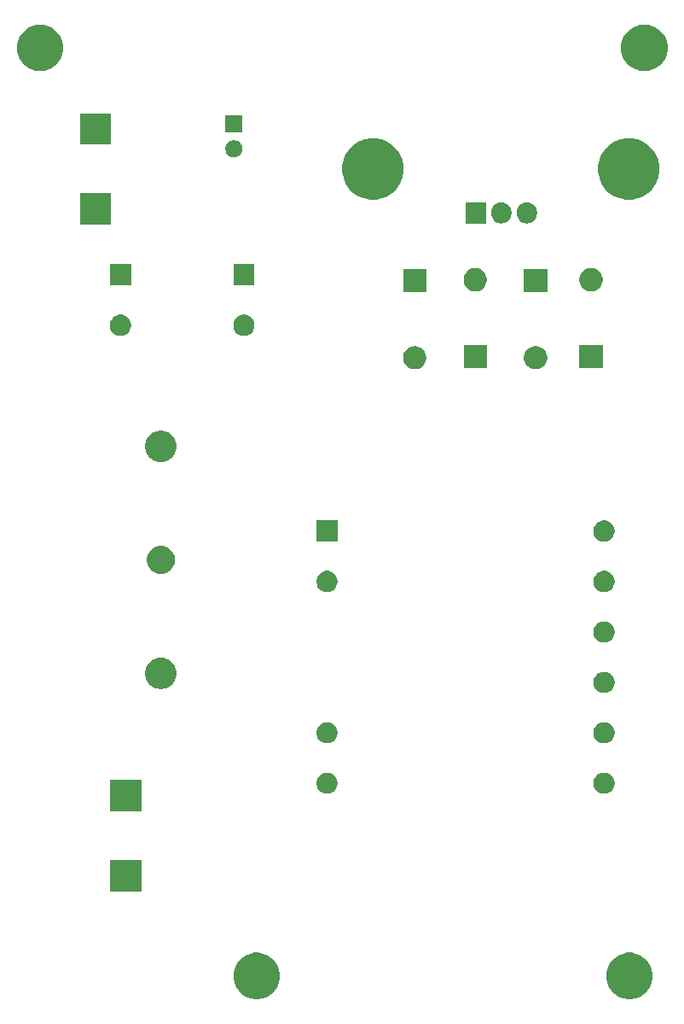
<source format=gbs>
G04 #@! TF.GenerationSoftware,KiCad,Pcbnew,(5.1.5)-3*
G04 #@! TF.CreationDate,2020-04-16T19:35:31+02:00*
G04 #@! TF.ProjectId,5vfrommains,35766672-6f6d-46d6-9169-6e732e6b6963,rev?*
G04 #@! TF.SameCoordinates,Original*
G04 #@! TF.FileFunction,Soldermask,Bot*
G04 #@! TF.FilePolarity,Negative*
%FSLAX46Y46*%
G04 Gerber Fmt 4.6, Leading zero omitted, Abs format (unit mm)*
G04 Created by KiCad (PCBNEW (5.1.5)-3) date 2020-04-16 19:35:31*
%MOMM*%
%LPD*%
G04 APERTURE LIST*
%ADD10C,0.100000*%
G04 APERTURE END LIST*
D10*
G36*
X200948903Y-137743213D02*
G01*
X201171177Y-137787426D01*
X201589932Y-137960880D01*
X201966802Y-138212696D01*
X202287304Y-138533198D01*
X202539120Y-138910068D01*
X202712574Y-139328823D01*
X202801000Y-139773371D01*
X202801000Y-140226629D01*
X202712574Y-140671177D01*
X202539120Y-141089932D01*
X202287304Y-141466802D01*
X201966802Y-141787304D01*
X201589932Y-142039120D01*
X201171177Y-142212574D01*
X200948903Y-142256787D01*
X200726630Y-142301000D01*
X200273370Y-142301000D01*
X200051097Y-142256787D01*
X199828823Y-142212574D01*
X199410068Y-142039120D01*
X199033198Y-141787304D01*
X198712696Y-141466802D01*
X198460880Y-141089932D01*
X198287426Y-140671177D01*
X198199000Y-140226629D01*
X198199000Y-139773371D01*
X198287426Y-139328823D01*
X198460880Y-138910068D01*
X198712696Y-138533198D01*
X199033198Y-138212696D01*
X199410068Y-137960880D01*
X199828823Y-137787426D01*
X200051097Y-137743213D01*
X200273370Y-137699000D01*
X200726630Y-137699000D01*
X200948903Y-137743213D01*
G37*
G36*
X237948903Y-137743213D02*
G01*
X238171177Y-137787426D01*
X238589932Y-137960880D01*
X238966802Y-138212696D01*
X239287304Y-138533198D01*
X239539120Y-138910068D01*
X239712574Y-139328823D01*
X239801000Y-139773371D01*
X239801000Y-140226629D01*
X239712574Y-140671177D01*
X239539120Y-141089932D01*
X239287304Y-141466802D01*
X238966802Y-141787304D01*
X238589932Y-142039120D01*
X238171177Y-142212574D01*
X237948903Y-142256787D01*
X237726630Y-142301000D01*
X237273370Y-142301000D01*
X237051097Y-142256787D01*
X236828823Y-142212574D01*
X236410068Y-142039120D01*
X236033198Y-141787304D01*
X235712696Y-141466802D01*
X235460880Y-141089932D01*
X235287426Y-140671177D01*
X235199000Y-140226629D01*
X235199000Y-139773371D01*
X235287426Y-139328823D01*
X235460880Y-138910068D01*
X235712696Y-138533198D01*
X236033198Y-138212696D01*
X236410068Y-137960880D01*
X236828823Y-137787426D01*
X237051097Y-137743213D01*
X237273370Y-137699000D01*
X237726630Y-137699000D01*
X237948903Y-137743213D01*
G37*
G36*
X189051000Y-131611000D02*
G01*
X185949000Y-131611000D01*
X185949000Y-128509000D01*
X189051000Y-128509000D01*
X189051000Y-131611000D01*
G37*
G36*
X189051000Y-123691000D02*
G01*
X185949000Y-123691000D01*
X185949000Y-120589000D01*
X189051000Y-120589000D01*
X189051000Y-123691000D01*
G37*
G36*
X235306564Y-119889389D02*
G01*
X235497833Y-119968615D01*
X235497835Y-119968616D01*
X235669973Y-120083635D01*
X235816365Y-120230027D01*
X235931385Y-120402167D01*
X236010611Y-120593436D01*
X236051000Y-120796484D01*
X236051000Y-121003516D01*
X236010611Y-121206564D01*
X235931385Y-121397833D01*
X235931384Y-121397835D01*
X235816365Y-121569973D01*
X235669973Y-121716365D01*
X235497835Y-121831384D01*
X235497834Y-121831385D01*
X235497833Y-121831385D01*
X235306564Y-121910611D01*
X235103516Y-121951000D01*
X234896484Y-121951000D01*
X234693436Y-121910611D01*
X234502167Y-121831385D01*
X234502166Y-121831385D01*
X234502165Y-121831384D01*
X234330027Y-121716365D01*
X234183635Y-121569973D01*
X234068616Y-121397835D01*
X234068615Y-121397833D01*
X233989389Y-121206564D01*
X233949000Y-121003516D01*
X233949000Y-120796484D01*
X233989389Y-120593436D01*
X234068615Y-120402167D01*
X234183635Y-120230027D01*
X234330027Y-120083635D01*
X234502165Y-119968616D01*
X234502167Y-119968615D01*
X234693436Y-119889389D01*
X234896484Y-119849000D01*
X235103516Y-119849000D01*
X235306564Y-119889389D01*
G37*
G36*
X207806564Y-119889389D02*
G01*
X207997833Y-119968615D01*
X207997835Y-119968616D01*
X208169973Y-120083635D01*
X208316365Y-120230027D01*
X208431385Y-120402167D01*
X208510611Y-120593436D01*
X208551000Y-120796484D01*
X208551000Y-121003516D01*
X208510611Y-121206564D01*
X208431385Y-121397833D01*
X208431384Y-121397835D01*
X208316365Y-121569973D01*
X208169973Y-121716365D01*
X207997835Y-121831384D01*
X207997834Y-121831385D01*
X207997833Y-121831385D01*
X207806564Y-121910611D01*
X207603516Y-121951000D01*
X207396484Y-121951000D01*
X207193436Y-121910611D01*
X207002167Y-121831385D01*
X207002166Y-121831385D01*
X207002165Y-121831384D01*
X206830027Y-121716365D01*
X206683635Y-121569973D01*
X206568616Y-121397835D01*
X206568615Y-121397833D01*
X206489389Y-121206564D01*
X206449000Y-121003516D01*
X206449000Y-120796484D01*
X206489389Y-120593436D01*
X206568615Y-120402167D01*
X206683635Y-120230027D01*
X206830027Y-120083635D01*
X207002165Y-119968616D01*
X207002167Y-119968615D01*
X207193436Y-119889389D01*
X207396484Y-119849000D01*
X207603516Y-119849000D01*
X207806564Y-119889389D01*
G37*
G36*
X235306564Y-114889389D02*
G01*
X235497833Y-114968615D01*
X235497835Y-114968616D01*
X235669973Y-115083635D01*
X235816365Y-115230027D01*
X235931385Y-115402167D01*
X236010611Y-115593436D01*
X236051000Y-115796484D01*
X236051000Y-116003516D01*
X236010611Y-116206564D01*
X235931385Y-116397833D01*
X235931384Y-116397835D01*
X235816365Y-116569973D01*
X235669973Y-116716365D01*
X235497835Y-116831384D01*
X235497834Y-116831385D01*
X235497833Y-116831385D01*
X235306564Y-116910611D01*
X235103516Y-116951000D01*
X234896484Y-116951000D01*
X234693436Y-116910611D01*
X234502167Y-116831385D01*
X234502166Y-116831385D01*
X234502165Y-116831384D01*
X234330027Y-116716365D01*
X234183635Y-116569973D01*
X234068616Y-116397835D01*
X234068615Y-116397833D01*
X233989389Y-116206564D01*
X233949000Y-116003516D01*
X233949000Y-115796484D01*
X233989389Y-115593436D01*
X234068615Y-115402167D01*
X234183635Y-115230027D01*
X234330027Y-115083635D01*
X234502165Y-114968616D01*
X234502167Y-114968615D01*
X234693436Y-114889389D01*
X234896484Y-114849000D01*
X235103516Y-114849000D01*
X235306564Y-114889389D01*
G37*
G36*
X207806564Y-114889389D02*
G01*
X207997833Y-114968615D01*
X207997835Y-114968616D01*
X208169973Y-115083635D01*
X208316365Y-115230027D01*
X208431385Y-115402167D01*
X208510611Y-115593436D01*
X208551000Y-115796484D01*
X208551000Y-116003516D01*
X208510611Y-116206564D01*
X208431385Y-116397833D01*
X208431384Y-116397835D01*
X208316365Y-116569973D01*
X208169973Y-116716365D01*
X207997835Y-116831384D01*
X207997834Y-116831385D01*
X207997833Y-116831385D01*
X207806564Y-116910611D01*
X207603516Y-116951000D01*
X207396484Y-116951000D01*
X207193436Y-116910611D01*
X207002167Y-116831385D01*
X207002166Y-116831385D01*
X207002165Y-116831384D01*
X206830027Y-116716365D01*
X206683635Y-116569973D01*
X206568616Y-116397835D01*
X206568615Y-116397833D01*
X206489389Y-116206564D01*
X206449000Y-116003516D01*
X206449000Y-115796484D01*
X206489389Y-115593436D01*
X206568615Y-115402167D01*
X206683635Y-115230027D01*
X206830027Y-115083635D01*
X207002165Y-114968616D01*
X207002167Y-114968615D01*
X207193436Y-114889389D01*
X207396484Y-114849000D01*
X207603516Y-114849000D01*
X207806564Y-114889389D01*
G37*
G36*
X235306564Y-109889389D02*
G01*
X235497833Y-109968615D01*
X235497835Y-109968616D01*
X235669973Y-110083635D01*
X235816365Y-110230027D01*
X235931385Y-110402167D01*
X236010611Y-110593436D01*
X236051000Y-110796484D01*
X236051000Y-111003516D01*
X236010611Y-111206564D01*
X235931385Y-111397833D01*
X235931384Y-111397835D01*
X235816365Y-111569973D01*
X235669973Y-111716365D01*
X235497835Y-111831384D01*
X235497834Y-111831385D01*
X235497833Y-111831385D01*
X235306564Y-111910611D01*
X235103516Y-111951000D01*
X234896484Y-111951000D01*
X234693436Y-111910611D01*
X234502167Y-111831385D01*
X234502166Y-111831385D01*
X234502165Y-111831384D01*
X234330027Y-111716365D01*
X234183635Y-111569973D01*
X234068616Y-111397835D01*
X234068615Y-111397833D01*
X233989389Y-111206564D01*
X233949000Y-111003516D01*
X233949000Y-110796484D01*
X233989389Y-110593436D01*
X234068615Y-110402167D01*
X234183635Y-110230027D01*
X234330027Y-110083635D01*
X234502165Y-109968616D01*
X234502167Y-109968615D01*
X234693436Y-109889389D01*
X234896484Y-109849000D01*
X235103516Y-109849000D01*
X235306564Y-109889389D01*
G37*
G36*
X191302585Y-108478802D02*
G01*
X191452410Y-108508604D01*
X191734674Y-108625521D01*
X191988705Y-108795259D01*
X192204741Y-109011295D01*
X192374479Y-109265326D01*
X192491396Y-109547590D01*
X192551000Y-109847240D01*
X192551000Y-110152760D01*
X192491396Y-110452410D01*
X192374479Y-110734674D01*
X192204741Y-110988705D01*
X191988705Y-111204741D01*
X191734674Y-111374479D01*
X191452410Y-111491396D01*
X191302585Y-111521198D01*
X191152761Y-111551000D01*
X190847239Y-111551000D01*
X190697415Y-111521198D01*
X190547590Y-111491396D01*
X190265326Y-111374479D01*
X190011295Y-111204741D01*
X189795259Y-110988705D01*
X189625521Y-110734674D01*
X189508604Y-110452410D01*
X189449000Y-110152760D01*
X189449000Y-109847240D01*
X189508604Y-109547590D01*
X189625521Y-109265326D01*
X189795259Y-109011295D01*
X190011295Y-108795259D01*
X190265326Y-108625521D01*
X190547590Y-108508604D01*
X190697415Y-108478802D01*
X190847239Y-108449000D01*
X191152761Y-108449000D01*
X191302585Y-108478802D01*
G37*
G36*
X235306564Y-104889389D02*
G01*
X235497833Y-104968615D01*
X235497835Y-104968616D01*
X235669973Y-105083635D01*
X235816365Y-105230027D01*
X235931385Y-105402167D01*
X236010611Y-105593436D01*
X236051000Y-105796484D01*
X236051000Y-106003516D01*
X236010611Y-106206564D01*
X235931385Y-106397833D01*
X235931384Y-106397835D01*
X235816365Y-106569973D01*
X235669973Y-106716365D01*
X235497835Y-106831384D01*
X235497834Y-106831385D01*
X235497833Y-106831385D01*
X235306564Y-106910611D01*
X235103516Y-106951000D01*
X234896484Y-106951000D01*
X234693436Y-106910611D01*
X234502167Y-106831385D01*
X234502166Y-106831385D01*
X234502165Y-106831384D01*
X234330027Y-106716365D01*
X234183635Y-106569973D01*
X234068616Y-106397835D01*
X234068615Y-106397833D01*
X233989389Y-106206564D01*
X233949000Y-106003516D01*
X233949000Y-105796484D01*
X233989389Y-105593436D01*
X234068615Y-105402167D01*
X234183635Y-105230027D01*
X234330027Y-105083635D01*
X234502165Y-104968616D01*
X234502167Y-104968615D01*
X234693436Y-104889389D01*
X234896484Y-104849000D01*
X235103516Y-104849000D01*
X235306564Y-104889389D01*
G37*
G36*
X207806564Y-99889389D02*
G01*
X207997833Y-99968615D01*
X207997835Y-99968616D01*
X208169973Y-100083635D01*
X208316365Y-100230027D01*
X208431385Y-100402167D01*
X208510611Y-100593436D01*
X208551000Y-100796484D01*
X208551000Y-101003516D01*
X208510611Y-101206564D01*
X208431385Y-101397833D01*
X208431384Y-101397835D01*
X208316365Y-101569973D01*
X208169973Y-101716365D01*
X207997835Y-101831384D01*
X207997834Y-101831385D01*
X207997833Y-101831385D01*
X207806564Y-101910611D01*
X207603516Y-101951000D01*
X207396484Y-101951000D01*
X207193436Y-101910611D01*
X207002167Y-101831385D01*
X207002166Y-101831385D01*
X207002165Y-101831384D01*
X206830027Y-101716365D01*
X206683635Y-101569973D01*
X206568616Y-101397835D01*
X206568615Y-101397833D01*
X206489389Y-101206564D01*
X206449000Y-101003516D01*
X206449000Y-100796484D01*
X206489389Y-100593436D01*
X206568615Y-100402167D01*
X206683635Y-100230027D01*
X206830027Y-100083635D01*
X207002165Y-99968616D01*
X207002167Y-99968615D01*
X207193436Y-99889389D01*
X207396484Y-99849000D01*
X207603516Y-99849000D01*
X207806564Y-99889389D01*
G37*
G36*
X235306564Y-99889389D02*
G01*
X235497833Y-99968615D01*
X235497835Y-99968616D01*
X235669973Y-100083635D01*
X235816365Y-100230027D01*
X235931385Y-100402167D01*
X236010611Y-100593436D01*
X236051000Y-100796484D01*
X236051000Y-101003516D01*
X236010611Y-101206564D01*
X235931385Y-101397833D01*
X235931384Y-101397835D01*
X235816365Y-101569973D01*
X235669973Y-101716365D01*
X235497835Y-101831384D01*
X235497834Y-101831385D01*
X235497833Y-101831385D01*
X235306564Y-101910611D01*
X235103516Y-101951000D01*
X234896484Y-101951000D01*
X234693436Y-101910611D01*
X234502167Y-101831385D01*
X234502166Y-101831385D01*
X234502165Y-101831384D01*
X234330027Y-101716365D01*
X234183635Y-101569973D01*
X234068616Y-101397835D01*
X234068615Y-101397833D01*
X233989389Y-101206564D01*
X233949000Y-101003516D01*
X233949000Y-100796484D01*
X233989389Y-100593436D01*
X234068615Y-100402167D01*
X234183635Y-100230027D01*
X234330027Y-100083635D01*
X234502165Y-99968616D01*
X234502167Y-99968615D01*
X234693436Y-99889389D01*
X234896484Y-99849000D01*
X235103516Y-99849000D01*
X235306564Y-99889389D01*
G37*
G36*
X191318433Y-97384893D02*
G01*
X191408657Y-97402839D01*
X191514267Y-97446585D01*
X191663621Y-97508449D01*
X191663622Y-97508450D01*
X191893086Y-97661772D01*
X192088228Y-97856914D01*
X192190675Y-98010237D01*
X192241551Y-98086379D01*
X192347161Y-98341344D01*
X192401000Y-98612012D01*
X192401000Y-98887988D01*
X192347161Y-99158656D01*
X192241551Y-99413621D01*
X192241550Y-99413622D01*
X192088228Y-99643086D01*
X191893086Y-99838228D01*
X191816516Y-99889390D01*
X191663621Y-99991551D01*
X191514267Y-100053415D01*
X191408657Y-100097161D01*
X191318433Y-100115107D01*
X191137988Y-100151000D01*
X190862012Y-100151000D01*
X190681567Y-100115107D01*
X190591343Y-100097161D01*
X190485733Y-100053415D01*
X190336379Y-99991551D01*
X190183484Y-99889390D01*
X190106914Y-99838228D01*
X189911772Y-99643086D01*
X189758450Y-99413622D01*
X189758449Y-99413621D01*
X189652839Y-99158656D01*
X189599000Y-98887988D01*
X189599000Y-98612012D01*
X189652839Y-98341344D01*
X189758449Y-98086379D01*
X189809325Y-98010237D01*
X189911772Y-97856914D01*
X190106914Y-97661772D01*
X190336378Y-97508450D01*
X190336379Y-97508449D01*
X190485733Y-97446585D01*
X190591343Y-97402839D01*
X190681567Y-97384893D01*
X190862012Y-97349000D01*
X191137988Y-97349000D01*
X191318433Y-97384893D01*
G37*
G36*
X208551000Y-96951000D02*
G01*
X206449000Y-96951000D01*
X206449000Y-94849000D01*
X208551000Y-94849000D01*
X208551000Y-96951000D01*
G37*
G36*
X235306564Y-94889389D02*
G01*
X235497833Y-94968615D01*
X235497835Y-94968616D01*
X235669973Y-95083635D01*
X235816365Y-95230027D01*
X235931385Y-95402167D01*
X236010611Y-95593436D01*
X236051000Y-95796484D01*
X236051000Y-96003516D01*
X236010611Y-96206564D01*
X235931385Y-96397833D01*
X235931384Y-96397835D01*
X235816365Y-96569973D01*
X235669973Y-96716365D01*
X235497835Y-96831384D01*
X235497834Y-96831385D01*
X235497833Y-96831385D01*
X235306564Y-96910611D01*
X235103516Y-96951000D01*
X234896484Y-96951000D01*
X234693436Y-96910611D01*
X234502167Y-96831385D01*
X234502166Y-96831385D01*
X234502165Y-96831384D01*
X234330027Y-96716365D01*
X234183635Y-96569973D01*
X234068616Y-96397835D01*
X234068615Y-96397833D01*
X233989389Y-96206564D01*
X233949000Y-96003516D01*
X233949000Y-95796484D01*
X233989389Y-95593436D01*
X234068615Y-95402167D01*
X234183635Y-95230027D01*
X234330027Y-95083635D01*
X234502165Y-94968616D01*
X234502167Y-94968615D01*
X234693436Y-94889389D01*
X234896484Y-94849000D01*
X235103516Y-94849000D01*
X235306564Y-94889389D01*
G37*
G36*
X191302585Y-85978802D02*
G01*
X191452410Y-86008604D01*
X191734674Y-86125521D01*
X191988705Y-86295259D01*
X192204741Y-86511295D01*
X192374479Y-86765326D01*
X192491396Y-87047590D01*
X192551000Y-87347240D01*
X192551000Y-87652760D01*
X192491396Y-87952410D01*
X192374479Y-88234674D01*
X192204741Y-88488705D01*
X191988705Y-88704741D01*
X191734674Y-88874479D01*
X191452410Y-88991396D01*
X191302585Y-89021198D01*
X191152761Y-89051000D01*
X190847239Y-89051000D01*
X190697415Y-89021198D01*
X190547590Y-88991396D01*
X190265326Y-88874479D01*
X190011295Y-88704741D01*
X189795259Y-88488705D01*
X189625521Y-88234674D01*
X189508604Y-87952410D01*
X189449000Y-87652760D01*
X189449000Y-87347240D01*
X189508604Y-87047590D01*
X189625521Y-86765326D01*
X189795259Y-86511295D01*
X190011295Y-86295259D01*
X190265326Y-86125521D01*
X190547590Y-86008604D01*
X190697415Y-85978802D01*
X190847239Y-85949000D01*
X191152761Y-85949000D01*
X191302585Y-85978802D01*
G37*
G36*
X228424549Y-77591116D02*
G01*
X228535734Y-77613232D01*
X228745203Y-77699997D01*
X228933720Y-77825960D01*
X229094040Y-77986280D01*
X229220003Y-78174797D01*
X229306768Y-78384266D01*
X229351000Y-78606636D01*
X229351000Y-78833364D01*
X229306768Y-79055734D01*
X229220003Y-79265203D01*
X229094040Y-79453720D01*
X228933720Y-79614040D01*
X228745203Y-79740003D01*
X228535734Y-79826768D01*
X228424549Y-79848884D01*
X228313365Y-79871000D01*
X228086635Y-79871000D01*
X227975451Y-79848884D01*
X227864266Y-79826768D01*
X227654797Y-79740003D01*
X227466280Y-79614040D01*
X227305960Y-79453720D01*
X227179997Y-79265203D01*
X227093232Y-79055734D01*
X227049000Y-78833364D01*
X227049000Y-78606636D01*
X227093232Y-78384266D01*
X227179997Y-78174797D01*
X227305960Y-77986280D01*
X227466280Y-77825960D01*
X227654797Y-77699997D01*
X227864266Y-77613232D01*
X227975451Y-77591116D01*
X228086635Y-77569000D01*
X228313365Y-77569000D01*
X228424549Y-77591116D01*
G37*
G36*
X216424549Y-77591116D02*
G01*
X216535734Y-77613232D01*
X216745203Y-77699997D01*
X216933720Y-77825960D01*
X217094040Y-77986280D01*
X217220003Y-78174797D01*
X217306768Y-78384266D01*
X217351000Y-78606636D01*
X217351000Y-78833364D01*
X217306768Y-79055734D01*
X217220003Y-79265203D01*
X217094040Y-79453720D01*
X216933720Y-79614040D01*
X216745203Y-79740003D01*
X216535734Y-79826768D01*
X216424549Y-79848884D01*
X216313365Y-79871000D01*
X216086635Y-79871000D01*
X215975451Y-79848884D01*
X215864266Y-79826768D01*
X215654797Y-79740003D01*
X215466280Y-79614040D01*
X215305960Y-79453720D01*
X215179997Y-79265203D01*
X215093232Y-79055734D01*
X215049000Y-78833364D01*
X215049000Y-78606636D01*
X215093232Y-78384266D01*
X215179997Y-78174797D01*
X215305960Y-77986280D01*
X215466280Y-77825960D01*
X215654797Y-77699997D01*
X215864266Y-77613232D01*
X215975451Y-77591116D01*
X216086635Y-77569000D01*
X216313365Y-77569000D01*
X216424549Y-77591116D01*
G37*
G36*
X234851000Y-79751000D02*
G01*
X232549000Y-79751000D01*
X232549000Y-77449000D01*
X234851000Y-77449000D01*
X234851000Y-79751000D01*
G37*
G36*
X223351000Y-79751000D02*
G01*
X221049000Y-79751000D01*
X221049000Y-77449000D01*
X223351000Y-77449000D01*
X223351000Y-79751000D01*
G37*
G36*
X199556564Y-74489389D02*
G01*
X199747833Y-74568615D01*
X199747835Y-74568616D01*
X199919973Y-74683635D01*
X200066365Y-74830027D01*
X200181385Y-75002167D01*
X200260611Y-75193436D01*
X200301000Y-75396484D01*
X200301000Y-75603516D01*
X200260611Y-75806564D01*
X200181385Y-75997833D01*
X200181384Y-75997835D01*
X200066365Y-76169973D01*
X199919973Y-76316365D01*
X199747835Y-76431384D01*
X199747834Y-76431385D01*
X199747833Y-76431385D01*
X199556564Y-76510611D01*
X199353516Y-76551000D01*
X199146484Y-76551000D01*
X198943436Y-76510611D01*
X198752167Y-76431385D01*
X198752166Y-76431385D01*
X198752165Y-76431384D01*
X198580027Y-76316365D01*
X198433635Y-76169973D01*
X198318616Y-75997835D01*
X198318615Y-75997833D01*
X198239389Y-75806564D01*
X198199000Y-75603516D01*
X198199000Y-75396484D01*
X198239389Y-75193436D01*
X198318615Y-75002167D01*
X198433635Y-74830027D01*
X198580027Y-74683635D01*
X198752165Y-74568616D01*
X198752167Y-74568615D01*
X198943436Y-74489389D01*
X199146484Y-74449000D01*
X199353516Y-74449000D01*
X199556564Y-74489389D01*
G37*
G36*
X187306564Y-74489389D02*
G01*
X187497833Y-74568615D01*
X187497835Y-74568616D01*
X187669973Y-74683635D01*
X187816365Y-74830027D01*
X187931385Y-75002167D01*
X188010611Y-75193436D01*
X188051000Y-75396484D01*
X188051000Y-75603516D01*
X188010611Y-75806564D01*
X187931385Y-75997833D01*
X187931384Y-75997835D01*
X187816365Y-76169973D01*
X187669973Y-76316365D01*
X187497835Y-76431384D01*
X187497834Y-76431385D01*
X187497833Y-76431385D01*
X187306564Y-76510611D01*
X187103516Y-76551000D01*
X186896484Y-76551000D01*
X186693436Y-76510611D01*
X186502167Y-76431385D01*
X186502166Y-76431385D01*
X186502165Y-76431384D01*
X186330027Y-76316365D01*
X186183635Y-76169973D01*
X186068616Y-75997835D01*
X186068615Y-75997833D01*
X185989389Y-75806564D01*
X185949000Y-75603516D01*
X185949000Y-75396484D01*
X185989389Y-75193436D01*
X186068615Y-75002167D01*
X186183635Y-74830027D01*
X186330027Y-74683635D01*
X186502165Y-74568616D01*
X186502167Y-74568615D01*
X186693436Y-74489389D01*
X186896484Y-74449000D01*
X187103516Y-74449000D01*
X187306564Y-74489389D01*
G37*
G36*
X217351000Y-72251000D02*
G01*
X215049000Y-72251000D01*
X215049000Y-69949000D01*
X217351000Y-69949000D01*
X217351000Y-72251000D01*
G37*
G36*
X229351000Y-72251000D02*
G01*
X227049000Y-72251000D01*
X227049000Y-69949000D01*
X229351000Y-69949000D01*
X229351000Y-72251000D01*
G37*
G36*
X233924549Y-69851116D02*
G01*
X234035734Y-69873232D01*
X234245203Y-69959997D01*
X234433720Y-70085960D01*
X234594040Y-70246280D01*
X234720003Y-70434797D01*
X234806768Y-70644266D01*
X234851000Y-70866636D01*
X234851000Y-71093364D01*
X234806768Y-71315734D01*
X234720003Y-71525203D01*
X234594040Y-71713720D01*
X234433720Y-71874040D01*
X234245203Y-72000003D01*
X234035734Y-72086768D01*
X233924549Y-72108884D01*
X233813365Y-72131000D01*
X233586635Y-72131000D01*
X233475451Y-72108884D01*
X233364266Y-72086768D01*
X233154797Y-72000003D01*
X232966280Y-71874040D01*
X232805960Y-71713720D01*
X232679997Y-71525203D01*
X232593232Y-71315734D01*
X232549000Y-71093364D01*
X232549000Y-70866636D01*
X232593232Y-70644266D01*
X232679997Y-70434797D01*
X232805960Y-70246280D01*
X232966280Y-70085960D01*
X233154797Y-69959997D01*
X233364266Y-69873232D01*
X233475451Y-69851116D01*
X233586635Y-69829000D01*
X233813365Y-69829000D01*
X233924549Y-69851116D01*
G37*
G36*
X222424549Y-69851116D02*
G01*
X222535734Y-69873232D01*
X222745203Y-69959997D01*
X222933720Y-70085960D01*
X223094040Y-70246280D01*
X223220003Y-70434797D01*
X223306768Y-70644266D01*
X223351000Y-70866636D01*
X223351000Y-71093364D01*
X223306768Y-71315734D01*
X223220003Y-71525203D01*
X223094040Y-71713720D01*
X222933720Y-71874040D01*
X222745203Y-72000003D01*
X222535734Y-72086768D01*
X222424549Y-72108884D01*
X222313365Y-72131000D01*
X222086635Y-72131000D01*
X221975451Y-72108884D01*
X221864266Y-72086768D01*
X221654797Y-72000003D01*
X221466280Y-71874040D01*
X221305960Y-71713720D01*
X221179997Y-71525203D01*
X221093232Y-71315734D01*
X221049000Y-71093364D01*
X221049000Y-70866636D01*
X221093232Y-70644266D01*
X221179997Y-70434797D01*
X221305960Y-70246280D01*
X221466280Y-70085960D01*
X221654797Y-69959997D01*
X221864266Y-69873232D01*
X221975451Y-69851116D01*
X222086635Y-69829000D01*
X222313365Y-69829000D01*
X222424549Y-69851116D01*
G37*
G36*
X188051000Y-71551000D02*
G01*
X185949000Y-71551000D01*
X185949000Y-69449000D01*
X188051000Y-69449000D01*
X188051000Y-71551000D01*
G37*
G36*
X200301000Y-71551000D02*
G01*
X198199000Y-71551000D01*
X198199000Y-69449000D01*
X200301000Y-69449000D01*
X200301000Y-71551000D01*
G37*
G36*
X186051000Y-65511000D02*
G01*
X182949000Y-65511000D01*
X182949000Y-62409000D01*
X186051000Y-62409000D01*
X186051000Y-65511000D01*
G37*
G36*
X224986719Y-63313520D02*
G01*
X225175880Y-63370901D01*
X225175883Y-63370902D01*
X225268333Y-63420318D01*
X225350212Y-63464083D01*
X225503015Y-63589485D01*
X225628417Y-63742288D01*
X225721599Y-63916619D01*
X225778980Y-64105780D01*
X225793500Y-64253206D01*
X225793500Y-64446793D01*
X225778980Y-64594219D01*
X225721599Y-64783380D01*
X225721598Y-64783383D01*
X225672182Y-64875833D01*
X225628417Y-64957712D01*
X225503015Y-65110515D01*
X225350212Y-65235917D01*
X225175881Y-65329099D01*
X224986720Y-65386480D01*
X224790000Y-65405855D01*
X224593281Y-65386480D01*
X224404120Y-65329099D01*
X224229788Y-65235917D01*
X224076985Y-65110515D01*
X223951583Y-64957712D01*
X223858401Y-64783381D01*
X223801020Y-64594220D01*
X223786500Y-64446794D01*
X223786500Y-64253207D01*
X223801020Y-64105781D01*
X223858401Y-63916620D01*
X223858402Y-63916617D01*
X223907818Y-63824167D01*
X223951583Y-63742288D01*
X224076985Y-63589485D01*
X224229788Y-63464083D01*
X224404119Y-63370901D01*
X224593280Y-63313520D01*
X224790000Y-63294145D01*
X224986719Y-63313520D01*
G37*
G36*
X227526719Y-63313520D02*
G01*
X227715880Y-63370901D01*
X227715883Y-63370902D01*
X227808333Y-63420318D01*
X227890212Y-63464083D01*
X228043015Y-63589485D01*
X228168417Y-63742288D01*
X228261599Y-63916619D01*
X228318980Y-64105780D01*
X228333500Y-64253206D01*
X228333500Y-64446793D01*
X228318980Y-64594219D01*
X228261599Y-64783380D01*
X228261598Y-64783383D01*
X228212182Y-64875833D01*
X228168417Y-64957712D01*
X228043015Y-65110515D01*
X227890212Y-65235917D01*
X227715881Y-65329099D01*
X227526720Y-65386480D01*
X227330000Y-65405855D01*
X227133281Y-65386480D01*
X226944120Y-65329099D01*
X226769788Y-65235917D01*
X226616985Y-65110515D01*
X226491583Y-64957712D01*
X226398401Y-64783381D01*
X226341020Y-64594220D01*
X226326500Y-64446794D01*
X226326500Y-64253207D01*
X226341020Y-64105781D01*
X226398401Y-63916620D01*
X226398402Y-63916617D01*
X226447818Y-63824167D01*
X226491583Y-63742288D01*
X226616985Y-63589485D01*
X226769788Y-63464083D01*
X226944119Y-63370901D01*
X227133280Y-63313520D01*
X227330000Y-63294145D01*
X227526719Y-63313520D01*
G37*
G36*
X223253500Y-65401000D02*
G01*
X221246500Y-65401000D01*
X221246500Y-63299000D01*
X223253500Y-63299000D01*
X223253500Y-65401000D01*
G37*
G36*
X238339943Y-57066248D02*
G01*
X238895189Y-57296238D01*
X239136564Y-57457520D01*
X239394899Y-57630134D01*
X239819866Y-58055101D01*
X239948909Y-58248228D01*
X240153762Y-58554811D01*
X240383752Y-59110057D01*
X240501000Y-59699501D01*
X240501000Y-60300499D01*
X240383752Y-60889943D01*
X240153762Y-61445189D01*
X240153761Y-61445190D01*
X239819866Y-61944899D01*
X239394899Y-62369866D01*
X239143347Y-62537948D01*
X238895189Y-62703762D01*
X238339943Y-62933752D01*
X237750499Y-63051000D01*
X237149501Y-63051000D01*
X236560057Y-62933752D01*
X236004811Y-62703762D01*
X235756653Y-62537948D01*
X235505101Y-62369866D01*
X235080134Y-61944899D01*
X234746239Y-61445190D01*
X234746238Y-61445189D01*
X234516248Y-60889943D01*
X234399000Y-60300499D01*
X234399000Y-59699501D01*
X234516248Y-59110057D01*
X234746238Y-58554811D01*
X234951091Y-58248228D01*
X235080134Y-58055101D01*
X235505101Y-57630134D01*
X235763436Y-57457520D01*
X236004811Y-57296238D01*
X236560057Y-57066248D01*
X237149501Y-56949000D01*
X237750499Y-56949000D01*
X238339943Y-57066248D01*
G37*
G36*
X212939943Y-57066248D02*
G01*
X213495189Y-57296238D01*
X213736564Y-57457520D01*
X213994899Y-57630134D01*
X214419866Y-58055101D01*
X214548909Y-58248228D01*
X214753762Y-58554811D01*
X214983752Y-59110057D01*
X215101000Y-59699501D01*
X215101000Y-60300499D01*
X214983752Y-60889943D01*
X214753762Y-61445189D01*
X214753761Y-61445190D01*
X214419866Y-61944899D01*
X213994899Y-62369866D01*
X213743347Y-62537948D01*
X213495189Y-62703762D01*
X212939943Y-62933752D01*
X212350499Y-63051000D01*
X211749501Y-63051000D01*
X211160057Y-62933752D01*
X210604811Y-62703762D01*
X210356653Y-62537948D01*
X210105101Y-62369866D01*
X209680134Y-61944899D01*
X209346239Y-61445190D01*
X209346238Y-61445189D01*
X209116248Y-60889943D01*
X208999000Y-60300499D01*
X208999000Y-59699501D01*
X209116248Y-59110057D01*
X209346238Y-58554811D01*
X209551091Y-58248228D01*
X209680134Y-58055101D01*
X210105101Y-57630134D01*
X210363436Y-57457520D01*
X210604811Y-57296238D01*
X211160057Y-57066248D01*
X211749501Y-56949000D01*
X212350499Y-56949000D01*
X212939943Y-57066248D01*
G37*
G36*
X198498228Y-57181703D02*
G01*
X198653100Y-57245853D01*
X198792481Y-57338985D01*
X198911015Y-57457519D01*
X199004147Y-57596900D01*
X199068297Y-57751772D01*
X199101000Y-57916184D01*
X199101000Y-58083816D01*
X199068297Y-58248228D01*
X199004147Y-58403100D01*
X198911015Y-58542481D01*
X198792481Y-58661015D01*
X198653100Y-58754147D01*
X198498228Y-58818297D01*
X198333816Y-58851000D01*
X198166184Y-58851000D01*
X198001772Y-58818297D01*
X197846900Y-58754147D01*
X197707519Y-58661015D01*
X197588985Y-58542481D01*
X197495853Y-58403100D01*
X197431703Y-58248228D01*
X197399000Y-58083816D01*
X197399000Y-57916184D01*
X197431703Y-57751772D01*
X197495853Y-57596900D01*
X197588985Y-57457519D01*
X197707519Y-57338985D01*
X197846900Y-57245853D01*
X198001772Y-57181703D01*
X198166184Y-57149000D01*
X198333816Y-57149000D01*
X198498228Y-57181703D01*
G37*
G36*
X186051000Y-57591000D02*
G01*
X182949000Y-57591000D01*
X182949000Y-54489000D01*
X186051000Y-54489000D01*
X186051000Y-57591000D01*
G37*
G36*
X199101000Y-56351000D02*
G01*
X197399000Y-56351000D01*
X197399000Y-54649000D01*
X199101000Y-54649000D01*
X199101000Y-56351000D01*
G37*
G36*
X239448903Y-45743213D02*
G01*
X239671177Y-45787426D01*
X240089932Y-45960880D01*
X240466802Y-46212696D01*
X240787304Y-46533198D01*
X241039120Y-46910068D01*
X241212574Y-47328823D01*
X241301000Y-47773371D01*
X241301000Y-48226629D01*
X241212574Y-48671177D01*
X241039120Y-49089932D01*
X240787304Y-49466802D01*
X240466802Y-49787304D01*
X240089932Y-50039120D01*
X239671177Y-50212574D01*
X239448903Y-50256787D01*
X239226630Y-50301000D01*
X238773370Y-50301000D01*
X238551097Y-50256787D01*
X238328823Y-50212574D01*
X237910068Y-50039120D01*
X237533198Y-49787304D01*
X237212696Y-49466802D01*
X236960880Y-49089932D01*
X236787426Y-48671177D01*
X236699000Y-48226629D01*
X236699000Y-47773371D01*
X236787426Y-47328823D01*
X236960880Y-46910068D01*
X237212696Y-46533198D01*
X237533198Y-46212696D01*
X237910068Y-45960880D01*
X238328823Y-45787426D01*
X238551097Y-45743213D01*
X238773370Y-45699000D01*
X239226630Y-45699000D01*
X239448903Y-45743213D01*
G37*
G36*
X179448903Y-45743213D02*
G01*
X179671177Y-45787426D01*
X180089932Y-45960880D01*
X180466802Y-46212696D01*
X180787304Y-46533198D01*
X181039120Y-46910068D01*
X181212574Y-47328823D01*
X181301000Y-47773371D01*
X181301000Y-48226629D01*
X181212574Y-48671177D01*
X181039120Y-49089932D01*
X180787304Y-49466802D01*
X180466802Y-49787304D01*
X180089932Y-50039120D01*
X179671177Y-50212574D01*
X179448903Y-50256787D01*
X179226630Y-50301000D01*
X178773370Y-50301000D01*
X178551097Y-50256787D01*
X178328823Y-50212574D01*
X177910068Y-50039120D01*
X177533198Y-49787304D01*
X177212696Y-49466802D01*
X176960880Y-49089932D01*
X176787426Y-48671177D01*
X176699000Y-48226629D01*
X176699000Y-47773371D01*
X176787426Y-47328823D01*
X176960880Y-46910068D01*
X177212696Y-46533198D01*
X177533198Y-46212696D01*
X177910068Y-45960880D01*
X178328823Y-45787426D01*
X178551097Y-45743213D01*
X178773370Y-45699000D01*
X179226630Y-45699000D01*
X179448903Y-45743213D01*
G37*
M02*

</source>
